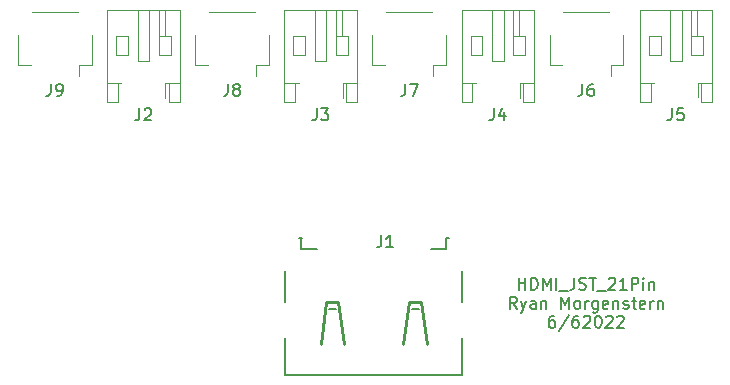
<source format=gbr>
%TF.GenerationSoftware,KiCad,Pcbnew,(6.0.5)*%
%TF.CreationDate,2022-06-06T17:18:48-06:00*%
%TF.ProjectId,21Pin_Fanout,32315069-6e5f-4466-916e-6f75742e6b69,rev?*%
%TF.SameCoordinates,Original*%
%TF.FileFunction,Legend,Top*%
%TF.FilePolarity,Positive*%
%FSLAX46Y46*%
G04 Gerber Fmt 4.6, Leading zero omitted, Abs format (unit mm)*
G04 Created by KiCad (PCBNEW (6.0.5)) date 2022-06-06 17:18:48*
%MOMM*%
%LPD*%
G01*
G04 APERTURE LIST*
%ADD10C,0.150000*%
%ADD11C,0.120000*%
%ADD12C,0.254000*%
%ADD13C,0.200000*%
G04 APERTURE END LIST*
D10*
X12261904Y-842380D02*
X12261904Y157619D01*
X12261904Y-318571D02*
X12833333Y-318571D01*
X12833333Y-842380D02*
X12833333Y157619D01*
X13309523Y-842380D02*
X13309523Y157619D01*
X13547619Y157619D01*
X13690476Y110000D01*
X13785714Y14761D01*
X13833333Y-80476D01*
X13880952Y-270952D01*
X13880952Y-413809D01*
X13833333Y-604285D01*
X13785714Y-699523D01*
X13690476Y-794761D01*
X13547619Y-842380D01*
X13309523Y-842380D01*
X14309523Y-842380D02*
X14309523Y157619D01*
X14642857Y-556666D01*
X14976190Y157619D01*
X14976190Y-842380D01*
X15452380Y-842380D02*
X15452380Y157619D01*
X15690476Y-937619D02*
X16452380Y-937619D01*
X16976190Y157619D02*
X16976190Y-556666D01*
X16928571Y-699523D01*
X16833333Y-794761D01*
X16690476Y-842380D01*
X16595238Y-842380D01*
X17404761Y-794761D02*
X17547619Y-842380D01*
X17785714Y-842380D01*
X17880952Y-794761D01*
X17928571Y-747142D01*
X17976190Y-651904D01*
X17976190Y-556666D01*
X17928571Y-461428D01*
X17880952Y-413809D01*
X17785714Y-366190D01*
X17595238Y-318571D01*
X17500000Y-270952D01*
X17452380Y-223333D01*
X17404761Y-128095D01*
X17404761Y-32857D01*
X17452380Y62380D01*
X17500000Y110000D01*
X17595238Y157619D01*
X17833333Y157619D01*
X17976190Y110000D01*
X18261904Y157619D02*
X18833333Y157619D01*
X18547619Y-842380D02*
X18547619Y157619D01*
X18928571Y-937619D02*
X19690476Y-937619D01*
X19880952Y62380D02*
X19928571Y110000D01*
X20023809Y157619D01*
X20261904Y157619D01*
X20357142Y110000D01*
X20404761Y62380D01*
X20452380Y-32857D01*
X20452380Y-128095D01*
X20404761Y-270952D01*
X19833333Y-842380D01*
X20452380Y-842380D01*
X21404761Y-842380D02*
X20833333Y-842380D01*
X21119047Y-842380D02*
X21119047Y157619D01*
X21023809Y14761D01*
X20928571Y-80476D01*
X20833333Y-128095D01*
X21833333Y-842380D02*
X21833333Y157619D01*
X22214285Y157619D01*
X22309523Y110000D01*
X22357142Y62380D01*
X22404761Y-32857D01*
X22404761Y-175714D01*
X22357142Y-270952D01*
X22309523Y-318571D01*
X22214285Y-366190D01*
X21833333Y-366190D01*
X22833333Y-842380D02*
X22833333Y-175714D01*
X22833333Y157619D02*
X22785714Y110000D01*
X22833333Y62380D01*
X22880952Y110000D01*
X22833333Y157619D01*
X22833333Y62380D01*
X23309523Y-175714D02*
X23309523Y-842380D01*
X23309523Y-270952D02*
X23357142Y-223333D01*
X23452380Y-175714D01*
X23595238Y-175714D01*
X23690476Y-223333D01*
X23738095Y-318571D01*
X23738095Y-842380D01*
X12095238Y-2452380D02*
X11761904Y-1976190D01*
X11523809Y-2452380D02*
X11523809Y-1452380D01*
X11904761Y-1452380D01*
X11999999Y-1500000D01*
X12047619Y-1547619D01*
X12095238Y-1642857D01*
X12095238Y-1785714D01*
X12047619Y-1880952D01*
X11999999Y-1928571D01*
X11904761Y-1976190D01*
X11523809Y-1976190D01*
X12428571Y-1785714D02*
X12666666Y-2452380D01*
X12904761Y-1785714D02*
X12666666Y-2452380D01*
X12571428Y-2690476D01*
X12523809Y-2738095D01*
X12428571Y-2785714D01*
X13714285Y-2452380D02*
X13714285Y-1928571D01*
X13666666Y-1833333D01*
X13571428Y-1785714D01*
X13380952Y-1785714D01*
X13285714Y-1833333D01*
X13714285Y-2404761D02*
X13619047Y-2452380D01*
X13380952Y-2452380D01*
X13285714Y-2404761D01*
X13238095Y-2309523D01*
X13238095Y-2214285D01*
X13285714Y-2119047D01*
X13380952Y-2071428D01*
X13619047Y-2071428D01*
X13714285Y-2023809D01*
X14190476Y-1785714D02*
X14190476Y-2452380D01*
X14190476Y-1880952D02*
X14238095Y-1833333D01*
X14333333Y-1785714D01*
X14476190Y-1785714D01*
X14571428Y-1833333D01*
X14619047Y-1928571D01*
X14619047Y-2452380D01*
X15857142Y-2452380D02*
X15857142Y-1452380D01*
X16190476Y-2166666D01*
X16523809Y-1452380D01*
X16523809Y-2452380D01*
X17142857Y-2452380D02*
X17047619Y-2404761D01*
X16999999Y-2357142D01*
X16952380Y-2261904D01*
X16952380Y-1976190D01*
X16999999Y-1880952D01*
X17047619Y-1833333D01*
X17142857Y-1785714D01*
X17285714Y-1785714D01*
X17380952Y-1833333D01*
X17428571Y-1880952D01*
X17476190Y-1976190D01*
X17476190Y-2261904D01*
X17428571Y-2357142D01*
X17380952Y-2404761D01*
X17285714Y-2452380D01*
X17142857Y-2452380D01*
X17904761Y-2452380D02*
X17904761Y-1785714D01*
X17904761Y-1976190D02*
X17952380Y-1880952D01*
X17999999Y-1833333D01*
X18095238Y-1785714D01*
X18190476Y-1785714D01*
X18952380Y-1785714D02*
X18952380Y-2595238D01*
X18904761Y-2690476D01*
X18857142Y-2738095D01*
X18761904Y-2785714D01*
X18619047Y-2785714D01*
X18523809Y-2738095D01*
X18952380Y-2404761D02*
X18857142Y-2452380D01*
X18666666Y-2452380D01*
X18571428Y-2404761D01*
X18523809Y-2357142D01*
X18476190Y-2261904D01*
X18476190Y-1976190D01*
X18523809Y-1880952D01*
X18571428Y-1833333D01*
X18666666Y-1785714D01*
X18857142Y-1785714D01*
X18952380Y-1833333D01*
X19809523Y-2404761D02*
X19714285Y-2452380D01*
X19523809Y-2452380D01*
X19428571Y-2404761D01*
X19380952Y-2309523D01*
X19380952Y-1928571D01*
X19428571Y-1833333D01*
X19523809Y-1785714D01*
X19714285Y-1785714D01*
X19809523Y-1833333D01*
X19857142Y-1928571D01*
X19857142Y-2023809D01*
X19380952Y-2119047D01*
X20285714Y-1785714D02*
X20285714Y-2452380D01*
X20285714Y-1880952D02*
X20333333Y-1833333D01*
X20428571Y-1785714D01*
X20571428Y-1785714D01*
X20666666Y-1833333D01*
X20714285Y-1928571D01*
X20714285Y-2452380D01*
X21142857Y-2404761D02*
X21238095Y-2452380D01*
X21428571Y-2452380D01*
X21523809Y-2404761D01*
X21571428Y-2309523D01*
X21571428Y-2261904D01*
X21523809Y-2166666D01*
X21428571Y-2119047D01*
X21285714Y-2119047D01*
X21190476Y-2071428D01*
X21142857Y-1976190D01*
X21142857Y-1928571D01*
X21190476Y-1833333D01*
X21285714Y-1785714D01*
X21428571Y-1785714D01*
X21523809Y-1833333D01*
X21857142Y-1785714D02*
X22238095Y-1785714D01*
X22000000Y-1452380D02*
X22000000Y-2309523D01*
X22047619Y-2404761D01*
X22142857Y-2452380D01*
X22238095Y-2452380D01*
X22952380Y-2404761D02*
X22857142Y-2452380D01*
X22666666Y-2452380D01*
X22571428Y-2404761D01*
X22523809Y-2309523D01*
X22523809Y-1928571D01*
X22571428Y-1833333D01*
X22666666Y-1785714D01*
X22857142Y-1785714D01*
X22952380Y-1833333D01*
X22999999Y-1928571D01*
X22999999Y-2023809D01*
X22523809Y-2119047D01*
X23428571Y-2452380D02*
X23428571Y-1785714D01*
X23428571Y-1976190D02*
X23476190Y-1880952D01*
X23523809Y-1833333D01*
X23619047Y-1785714D01*
X23714285Y-1785714D01*
X24047619Y-1785714D02*
X24047619Y-2452380D01*
X24047619Y-1880952D02*
X24095238Y-1833333D01*
X24190476Y-1785714D01*
X24333333Y-1785714D01*
X24428571Y-1833333D01*
X24476190Y-1928571D01*
X24476190Y-2452380D01*
X15285714Y-3062380D02*
X15095238Y-3062380D01*
X15000000Y-3110000D01*
X14952380Y-3157619D01*
X14857142Y-3300476D01*
X14809523Y-3490952D01*
X14809523Y-3871904D01*
X14857142Y-3967142D01*
X14904761Y-4014761D01*
X15000000Y-4062380D01*
X15190476Y-4062380D01*
X15285714Y-4014761D01*
X15333333Y-3967142D01*
X15380952Y-3871904D01*
X15380952Y-3633809D01*
X15333333Y-3538571D01*
X15285714Y-3490952D01*
X15190476Y-3443333D01*
X15000000Y-3443333D01*
X14904761Y-3490952D01*
X14857142Y-3538571D01*
X14809523Y-3633809D01*
X16523809Y-3014761D02*
X15666666Y-4300476D01*
X17285714Y-3062380D02*
X17095238Y-3062380D01*
X17000000Y-3110000D01*
X16952380Y-3157619D01*
X16857142Y-3300476D01*
X16809523Y-3490952D01*
X16809523Y-3871904D01*
X16857142Y-3967142D01*
X16904761Y-4014761D01*
X17000000Y-4062380D01*
X17190476Y-4062380D01*
X17285714Y-4014761D01*
X17333333Y-3967142D01*
X17380952Y-3871904D01*
X17380952Y-3633809D01*
X17333333Y-3538571D01*
X17285714Y-3490952D01*
X17190476Y-3443333D01*
X17000000Y-3443333D01*
X16904761Y-3490952D01*
X16857142Y-3538571D01*
X16809523Y-3633809D01*
X17761904Y-3157619D02*
X17809523Y-3110000D01*
X17904761Y-3062380D01*
X18142857Y-3062380D01*
X18238095Y-3110000D01*
X18285714Y-3157619D01*
X18333333Y-3252857D01*
X18333333Y-3348095D01*
X18285714Y-3490952D01*
X17714285Y-4062380D01*
X18333333Y-4062380D01*
X18952380Y-3062380D02*
X19047619Y-3062380D01*
X19142857Y-3110000D01*
X19190476Y-3157619D01*
X19238095Y-3252857D01*
X19285714Y-3443333D01*
X19285714Y-3681428D01*
X19238095Y-3871904D01*
X19190476Y-3967142D01*
X19142857Y-4014761D01*
X19047619Y-4062380D01*
X18952380Y-4062380D01*
X18857142Y-4014761D01*
X18809523Y-3967142D01*
X18761904Y-3871904D01*
X18714285Y-3681428D01*
X18714285Y-3443333D01*
X18761904Y-3252857D01*
X18809523Y-3157619D01*
X18857142Y-3110000D01*
X18952380Y-3062380D01*
X19666666Y-3157619D02*
X19714285Y-3110000D01*
X19809523Y-3062380D01*
X20047619Y-3062380D01*
X20142857Y-3110000D01*
X20190476Y-3157619D01*
X20238095Y-3252857D01*
X20238095Y-3348095D01*
X20190476Y-3490952D01*
X19619047Y-4062380D01*
X20238095Y-4062380D01*
X20619047Y-3157619D02*
X20666666Y-3110000D01*
X20761904Y-3062380D01*
X21000000Y-3062380D01*
X21095238Y-3110000D01*
X21142857Y-3157619D01*
X21190476Y-3252857D01*
X21190476Y-3348095D01*
X21142857Y-3490952D01*
X20571428Y-4062380D01*
X21190476Y-4062380D01*
%TO.C,J9*%
X-27333333Y16567619D02*
X-27333333Y15853333D01*
X-27380952Y15710476D01*
X-27476190Y15615238D01*
X-27619047Y15567619D01*
X-27714285Y15567619D01*
X-26809523Y15567619D02*
X-26619047Y15567619D01*
X-26523809Y15615238D01*
X-26476190Y15662857D01*
X-26380952Y15805714D01*
X-26333333Y15996190D01*
X-26333333Y16377142D01*
X-26380952Y16472380D01*
X-26428571Y16520000D01*
X-26523809Y16567619D01*
X-26714285Y16567619D01*
X-26809523Y16520000D01*
X-26857142Y16472380D01*
X-26904761Y16377142D01*
X-26904761Y16139047D01*
X-26857142Y16043809D01*
X-26809523Y15996190D01*
X-26714285Y15948571D01*
X-26523809Y15948571D01*
X-26428571Y15996190D01*
X-26380952Y16043809D01*
X-26333333Y16139047D01*
%TO.C,J2*%
X-19833333Y14497619D02*
X-19833333Y13783333D01*
X-19880952Y13640476D01*
X-19976190Y13545238D01*
X-20119047Y13497619D01*
X-20214285Y13497619D01*
X-19404761Y14402380D02*
X-19357142Y14450000D01*
X-19261904Y14497619D01*
X-19023809Y14497619D01*
X-18928571Y14450000D01*
X-18880952Y14402380D01*
X-18833333Y14307142D01*
X-18833333Y14211904D01*
X-18880952Y14069047D01*
X-19452380Y13497619D01*
X-18833333Y13497619D01*
%TO.C,J5*%
X25250666Y14506619D02*
X25250666Y13792333D01*
X25203047Y13649476D01*
X25107809Y13554238D01*
X24964952Y13506619D01*
X24869714Y13506619D01*
X26203047Y14506619D02*
X25726857Y14506619D01*
X25679238Y14030428D01*
X25726857Y14078047D01*
X25822095Y14125666D01*
X26060190Y14125666D01*
X26155428Y14078047D01*
X26203047Y14030428D01*
X26250666Y13935190D01*
X26250666Y13697095D01*
X26203047Y13601857D01*
X26155428Y13554238D01*
X26060190Y13506619D01*
X25822095Y13506619D01*
X25726857Y13554238D01*
X25679238Y13601857D01*
%TO.C,J4*%
X10166666Y14497619D02*
X10166666Y13783333D01*
X10119047Y13640476D01*
X10023809Y13545238D01*
X9880952Y13497619D01*
X9785714Y13497619D01*
X11071428Y14164285D02*
X11071428Y13497619D01*
X10833333Y14545238D02*
X10595238Y13830952D01*
X11214285Y13830952D01*
%TO.C,J6*%
X17666666Y16567619D02*
X17666666Y15853333D01*
X17619047Y15710476D01*
X17523809Y15615238D01*
X17380952Y15567619D01*
X17285714Y15567619D01*
X18571428Y16567619D02*
X18380952Y16567619D01*
X18285714Y16520000D01*
X18238095Y16472380D01*
X18142857Y16329523D01*
X18095238Y16139047D01*
X18095238Y15758095D01*
X18142857Y15662857D01*
X18190476Y15615238D01*
X18285714Y15567619D01*
X18476190Y15567619D01*
X18571428Y15615238D01*
X18619047Y15662857D01*
X18666666Y15758095D01*
X18666666Y15996190D01*
X18619047Y16091428D01*
X18571428Y16139047D01*
X18476190Y16186666D01*
X18285714Y16186666D01*
X18190476Y16139047D01*
X18142857Y16091428D01*
X18095238Y15996190D01*
%TO.C,J3*%
X-4833333Y14497619D02*
X-4833333Y13783333D01*
X-4880952Y13640476D01*
X-4976190Y13545238D01*
X-5119047Y13497619D01*
X-5214285Y13497619D01*
X-4452380Y14497619D02*
X-3833333Y14497619D01*
X-4166666Y14116666D01*
X-4023809Y14116666D01*
X-3928571Y14069047D01*
X-3880952Y14021428D01*
X-3833333Y13926190D01*
X-3833333Y13688095D01*
X-3880952Y13592857D01*
X-3928571Y13545238D01*
X-4023809Y13497619D01*
X-4309523Y13497619D01*
X-4404761Y13545238D01*
X-4452380Y13592857D01*
%TO.C,J8*%
X-12333333Y16567619D02*
X-12333333Y15853333D01*
X-12380952Y15710476D01*
X-12476190Y15615238D01*
X-12619047Y15567619D01*
X-12714285Y15567619D01*
X-11714285Y16139047D02*
X-11809523Y16186666D01*
X-11857142Y16234285D01*
X-11904761Y16329523D01*
X-11904761Y16377142D01*
X-11857142Y16472380D01*
X-11809523Y16520000D01*
X-11714285Y16567619D01*
X-11523809Y16567619D01*
X-11428571Y16520000D01*
X-11380952Y16472380D01*
X-11333333Y16377142D01*
X-11333333Y16329523D01*
X-11380952Y16234285D01*
X-11428571Y16186666D01*
X-11523809Y16139047D01*
X-11714285Y16139047D01*
X-11809523Y16091428D01*
X-11857142Y16043809D01*
X-11904761Y15948571D01*
X-11904761Y15758095D01*
X-11857142Y15662857D01*
X-11809523Y15615238D01*
X-11714285Y15567619D01*
X-11523809Y15567619D01*
X-11428571Y15615238D01*
X-11380952Y15662857D01*
X-11333333Y15758095D01*
X-11333333Y15948571D01*
X-11380952Y16043809D01*
X-11428571Y16091428D01*
X-11523809Y16139047D01*
%TO.C,J7*%
X2666666Y16567619D02*
X2666666Y15853333D01*
X2619047Y15710476D01*
X2523809Y15615238D01*
X2380952Y15567619D01*
X2285714Y15567619D01*
X3047619Y16567619D02*
X3714285Y16567619D01*
X3285714Y15567619D01*
%TO.C,J1*%
X621309Y3754619D02*
X621309Y3040333D01*
X573690Y2897476D01*
X478452Y2802238D01*
X335595Y2754619D01*
X240357Y2754619D01*
X1621309Y2754619D02*
X1049880Y2754619D01*
X1335595Y2754619D02*
X1335595Y3754619D01*
X1240357Y3611761D01*
X1145119Y3516523D01*
X1049880Y3468904D01*
D11*
%TO.C,J9*%
X-30110000Y20715000D02*
X-30110000Y18215000D01*
X-24940000Y18215000D02*
X-24940000Y17225000D01*
X-23890000Y18215000D02*
X-24940000Y18215000D01*
X-30110000Y18215000D02*
X-29060000Y18215000D01*
X-23890000Y20715000D02*
X-23890000Y18215000D01*
X-25060000Y22685000D02*
X-28940000Y22685000D01*
%TO.C,J2*%
X-17360000Y15040000D02*
X-16440000Y15040000D01*
X-20000000Y18500000D02*
X-20000000Y22860000D01*
X-21640000Y16640000D02*
X-21360000Y16640000D01*
X-17200000Y19000000D02*
X-17200000Y20600000D01*
X-22560000Y16640000D02*
X-21640000Y16640000D01*
X-17640000Y16640000D02*
X-17360000Y16640000D01*
X-19000000Y18500000D02*
X-20000000Y18500000D01*
X-18200000Y19000000D02*
X-17200000Y19000000D01*
X-16440000Y16640000D02*
X-17360000Y16640000D01*
X-17360000Y16640000D02*
X-17360000Y15040000D01*
X-18200000Y20600000D02*
X-18200000Y19000000D01*
X-16440000Y15040000D02*
X-16440000Y22860000D01*
X-20800000Y19000000D02*
X-21800000Y19000000D01*
X-21800000Y20600000D02*
X-20800000Y20600000D01*
X-17200000Y20600000D02*
X-18200000Y20600000D01*
X-17640000Y16640000D02*
X-17640000Y15425000D01*
X-17700000Y20600000D02*
X-17700000Y22860000D01*
X-21640000Y15040000D02*
X-21640000Y16640000D01*
X-22560000Y15040000D02*
X-21640000Y15040000D01*
X-21800000Y19000000D02*
X-21800000Y20600000D01*
X-16440000Y22860000D02*
X-22560000Y22860000D01*
X-18200000Y20600000D02*
X-18200000Y22860000D01*
X-19000000Y22860000D02*
X-19000000Y18500000D01*
X-20800000Y20600000D02*
X-20800000Y19000000D01*
X-22560000Y22860000D02*
X-22560000Y15040000D01*
%TO.C,J5*%
X27884000Y20609000D02*
X26884000Y20609000D01*
X22524000Y16649000D02*
X23444000Y16649000D01*
X22524000Y22869000D02*
X22524000Y15049000D01*
X27444000Y16649000D02*
X27724000Y16649000D01*
X27884000Y19009000D02*
X27884000Y20609000D01*
X24284000Y20609000D02*
X24284000Y19009000D01*
X23444000Y15049000D02*
X23444000Y16649000D01*
X26084000Y18509000D02*
X25084000Y18509000D01*
X22524000Y15049000D02*
X23444000Y15049000D01*
X26884000Y19009000D02*
X27884000Y19009000D01*
X23284000Y20609000D02*
X24284000Y20609000D01*
X27724000Y16649000D02*
X27724000Y15049000D01*
X27444000Y16649000D02*
X27444000Y15434000D01*
X26884000Y20609000D02*
X26884000Y19009000D01*
X23444000Y16649000D02*
X23724000Y16649000D01*
X24284000Y19009000D02*
X23284000Y19009000D01*
X28644000Y22869000D02*
X22524000Y22869000D01*
X28644000Y16649000D02*
X27724000Y16649000D01*
X25084000Y18509000D02*
X25084000Y22869000D01*
X28644000Y15049000D02*
X28644000Y22869000D01*
X26884000Y20609000D02*
X26884000Y22869000D01*
X27724000Y15049000D02*
X28644000Y15049000D01*
X26084000Y22869000D02*
X26084000Y18509000D01*
X27384000Y20609000D02*
X27384000Y22869000D01*
X23284000Y19009000D02*
X23284000Y20609000D01*
%TO.C,J4*%
X10000000Y18500000D02*
X10000000Y22860000D01*
X11800000Y20600000D02*
X11800000Y19000000D01*
X8360000Y16640000D02*
X8640000Y16640000D01*
X13560000Y15040000D02*
X13560000Y22860000D01*
X9200000Y19000000D02*
X8200000Y19000000D01*
X13560000Y22860000D02*
X7440000Y22860000D01*
X12300000Y20600000D02*
X12300000Y22860000D01*
X12360000Y16640000D02*
X12640000Y16640000D01*
X7440000Y16640000D02*
X8360000Y16640000D01*
X11800000Y19000000D02*
X12800000Y19000000D01*
X12800000Y19000000D02*
X12800000Y20600000D01*
X12800000Y20600000D02*
X11800000Y20600000D01*
X11000000Y18500000D02*
X10000000Y18500000D01*
X9200000Y20600000D02*
X9200000Y19000000D01*
X12360000Y16640000D02*
X12360000Y15425000D01*
X7440000Y22860000D02*
X7440000Y15040000D01*
X8200000Y19000000D02*
X8200000Y20600000D01*
X8200000Y20600000D02*
X9200000Y20600000D01*
X11000000Y22860000D02*
X11000000Y18500000D01*
X11800000Y20600000D02*
X11800000Y22860000D01*
X13560000Y16640000D02*
X12640000Y16640000D01*
X12640000Y16640000D02*
X12640000Y15040000D01*
X7440000Y15040000D02*
X8360000Y15040000D01*
X8360000Y15040000D02*
X8360000Y16640000D01*
X12640000Y15040000D02*
X13560000Y15040000D01*
%TO.C,J6*%
X19940000Y22685000D02*
X16060000Y22685000D01*
X21110000Y18215000D02*
X20060000Y18215000D01*
X20060000Y18215000D02*
X20060000Y17225000D01*
X14890000Y20715000D02*
X14890000Y18215000D01*
X21110000Y20715000D02*
X21110000Y18215000D01*
X14890000Y18215000D02*
X15940000Y18215000D01*
%TO.C,J3*%
X-2700000Y20600000D02*
X-2700000Y22860000D01*
X-2200000Y20600000D02*
X-3200000Y20600000D01*
X-5800000Y20600000D02*
X-5800000Y19000000D01*
X-2360000Y16640000D02*
X-2360000Y15040000D01*
X-6800000Y20600000D02*
X-5800000Y20600000D01*
X-5000000Y18500000D02*
X-5000000Y22860000D01*
X-5800000Y19000000D02*
X-6800000Y19000000D01*
X-1440000Y15040000D02*
X-1440000Y22860000D01*
X-1440000Y22860000D02*
X-7560000Y22860000D01*
X-7560000Y22860000D02*
X-7560000Y15040000D01*
X-6640000Y16640000D02*
X-6360000Y16640000D01*
X-3200000Y20600000D02*
X-3200000Y22860000D01*
X-2200000Y19000000D02*
X-2200000Y20600000D01*
X-3200000Y20600000D02*
X-3200000Y19000000D01*
X-2640000Y16640000D02*
X-2360000Y16640000D01*
X-3200000Y19000000D02*
X-2200000Y19000000D01*
X-7560000Y16640000D02*
X-6640000Y16640000D01*
X-1440000Y16640000D02*
X-2360000Y16640000D01*
X-4000000Y22860000D02*
X-4000000Y18500000D01*
X-6800000Y19000000D02*
X-6800000Y20600000D01*
X-6640000Y15040000D02*
X-6640000Y16640000D01*
X-4000000Y18500000D02*
X-5000000Y18500000D01*
X-2360000Y15040000D02*
X-1440000Y15040000D01*
X-2640000Y16640000D02*
X-2640000Y15425000D01*
X-7560000Y15040000D02*
X-6640000Y15040000D01*
%TO.C,J8*%
X-15110000Y20715000D02*
X-15110000Y18215000D01*
X-10060000Y22685000D02*
X-13940000Y22685000D01*
X-8890000Y20715000D02*
X-8890000Y18215000D01*
X-15110000Y18215000D02*
X-14060000Y18215000D01*
X-9940000Y18215000D02*
X-9940000Y17225000D01*
X-8890000Y18215000D02*
X-9940000Y18215000D01*
%TO.C,J7*%
X-110000Y18215000D02*
X940000Y18215000D01*
X6110000Y20715000D02*
X6110000Y18215000D01*
X6110000Y18215000D02*
X5060000Y18215000D01*
X5060000Y18215000D02*
X5060000Y17225000D01*
X-110000Y20715000D02*
X-110000Y18215000D01*
X4940000Y22685000D02*
X1060000Y22685000D01*
D12*
%TO.C,J1*%
X4000000Y-1904000D02*
X4500000Y-5404000D01*
D13*
X6145000Y2575000D02*
X6145000Y3563000D01*
X6352000Y3563000D02*
X6352000Y3556000D01*
X-6107000Y3545000D02*
X-6120000Y3545000D01*
X7500000Y-1876000D02*
X7500000Y743000D01*
X-6350000Y3557000D02*
X-6107000Y3557000D01*
X4830000Y2565000D02*
X6080000Y2565000D01*
X-3200000Y-2504000D02*
X-3800000Y-2504000D01*
X6080000Y2565000D02*
X6080000Y2575000D01*
X-7500000Y-1875000D02*
X-7500000Y743000D01*
X-6107000Y3557000D02*
X-6107000Y3545000D01*
X-6120000Y2592000D02*
X-4837000Y2592000D01*
X7500000Y-8036000D02*
X7500000Y-4917000D01*
X6145000Y3563000D02*
X6352000Y3563000D01*
X3200000Y-2504000D02*
X3800000Y-2504000D01*
D12*
X-3000000Y-1904000D02*
X-4000000Y-1904000D01*
D13*
X-6120000Y3545000D02*
X-6120000Y2592000D01*
D12*
X2500000Y-5404000D02*
X3000000Y-1904000D01*
D13*
X-7500000Y-8036000D02*
X-7500000Y-4917000D01*
X6080000Y2575000D02*
X6145000Y2575000D01*
D12*
X-2500000Y-5404000D02*
X-3000000Y-1904000D01*
D13*
X-7500000Y-8036000D02*
X7500000Y-8036000D01*
D12*
X3000000Y-1904000D02*
X4000000Y-1904000D01*
X-4000000Y-1904000D02*
X-4500000Y-5404000D01*
%TD*%
M02*

</source>
